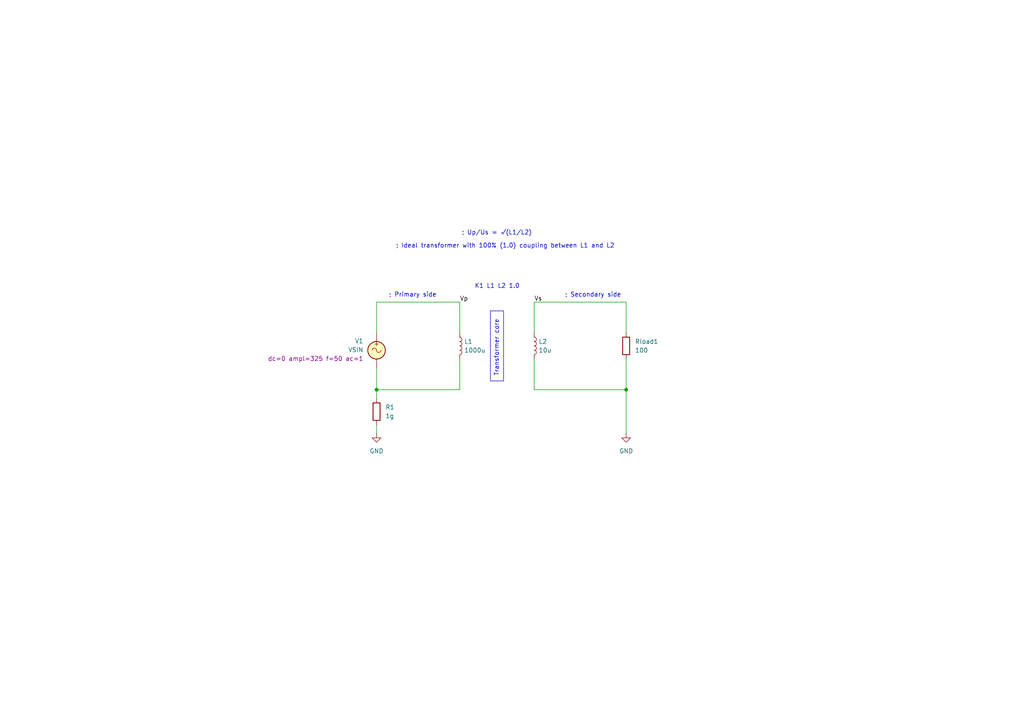
<source format=kicad_sch>
(kicad_sch (version 20250114) (generator "eeschema") (generator_version "9.0")
  (paper "A4")
  (title_block (title "Transformer 1P 1S") (date "2025-09-13") (company "GitHub/OJStuff"))
  (lib_symbols
    (symbol "Device:L" (pin_numbers (hide yes)) (pin_names (offset 1.016) (hide yes))
      (property "Reference" "L" (at -1.27 0 90))
      (property "Value" "L" (at 1.905 0 90))
      (symbol "L_0_1"
        (arc (start 0 2.54) (mid 0.6323 1.905) (end 0 1.27))
        (arc (start 0 1.27) (mid 0.6323 0.635) (end 0 0))
        (arc (start 0 0) (mid 0.6323 -0.635) (end 0 -1.27))
        (arc (start 0 -1.27) (mid 0.6323 -1.905) (end 0 -2.54))
      )
      (symbol "L_1_1"
        (pin passive line (at 0 3.81 270) (length 1.27) (name "1") (number "1"))
        (pin passive line (at 0 -3.81 90) (length 1.27) (name "2") (number "2"))
      )
    )
    (symbol "Device:R" (pin_numbers (hide yes)) (pin_names (offset 0))
      (property "Reference" "R" (at 2.032 0 90))
      (property "Value" "R" (at 0 0 90))
      (symbol "R_0_1"
        (rectangle (start -1.016 -2.54) (end 1.016 2.54) (stroke (width 0.254)))
      )
      (symbol "R_1_1"
        (pin passive line (at 0 3.81 270) (length 1.27) (name "~") (number "1"))
        (pin passive line (at 0 -3.81 90) (length 1.27) (name "~") (number "2"))
      )
    )
    (symbol "GND_1" (power) (pin_numbers (hide yes)) (pin_names (offset 0) (hide yes))
      (property "Value" "GND" (at 0 -3.81 0))
      (symbol "GND_1_0_1"
        (polyline (pts (xy 0 0) (xy 0 -1.27) (xy 1.27 -1.27) (xy 0 -2.54) (xy -1.27 -1.27) (xy 0 -1.27)))
      )
      (symbol "GND_1_1_1"
        (pin power_in line (at 0 0 270) (length 0) (name "~") (number "1"))
      )
    )
    (symbol "Simulation_SPICE:VSIN" (pin_numbers (hide yes)) (pin_names (offset 0.0254))
      (property "Reference" "V" (at 2.54 2.54 0))
      (property "Value" "VSIN" (at 2.54 0 0))
      (property "Sim.Params" "dc=0 ampl=1 f=1k ac=1" (at 2.54 -2.54 0))
      (symbol "VSIN_0_0"
        (arc (start -1.27 0) (mid -0.635 0.6323) (end 0 0))
        (arc (start 1.27 0) (mid 0.635 -0.6323) (end 0 0))
        (text "+" (at 0 1.905 0) (effects (font (size 1.27 1.27))))
      )
      (symbol "VSIN_0_1"
        (circle (center 0 0) (radius 2.54) (stroke (width 0.254)) (fill (type background)))
      )
      (symbol "VSIN_1_1"
        (pin passive line (at 0 5.08 270) (length 2.54) (name "~") (number "1"))
        (pin passive line (at 0 -5.08 90) (length 2.54) (name "~") (number "2"))
      )
    )
  )
  (rectangle (start 142.24 90.17) (end 146.05 110.49))
  (text "; Primary side" (at 112.776 86.36 0) (effects (font (size 1.27 1.27)) (justify left bottom)))
  (text "; Secondary side" (at 163.83 86.36 0) (effects (font (size 1.27 1.27)) (justify left bottom)))
  (text "; Up/Us = √(L1/L2)" (at 133.858 68.326 0) (effects (font (size 1.27 1.27)) (justify left bottom)))
  (text "K1 L1 L2 1.0" (at 137.668 83.82 0) (effects (font (size 1.27 1.27)) (justify left bottom)))
  (text "Transformer core" (at 144.78 109.22 90) (effects (font (size 1.27 1.27)) (justify left bottom)))
  (text "; Ideal transformer with 100% (1.0) coupling between L1 and L2" (at 114.808 72.136 0) (effects (font (size 1.27 1.27)) (justify left bottom)))
  (junction (at 109.22 113.03))
  (junction (at 181.61 113.03))
  (wire (pts (xy 109.22 123.19) (xy 109.22 125.73)))
  (wire (pts (xy 181.61 87.63) (xy 181.61 96.52)))
  (wire (pts (xy 154.94 96.52) (xy 154.94 87.63)))
  (wire (pts (xy 133.35 87.63) (xy 133.35 96.52)))
  (wire (pts (xy 154.94 104.14) (xy 154.94 113.03)))
  (wire (pts (xy 109.22 113.03) (xy 109.22 115.57)))
  (wire (pts (xy 181.61 104.14) (xy 181.61 113.03)))
  (wire (pts (xy 154.94 87.63) (xy 181.61 87.63)))
  (wire (pts (xy 181.61 113.03) (xy 181.61 125.73)))
  (wire (pts (xy 109.22 87.63) (xy 109.22 96.52)))
  (wire (pts (xy 133.35 104.14) (xy 133.35 113.03)))
  (wire (pts (xy 109.22 106.68) (xy 109.22 113.03)))
  (wire (pts (xy 109.22 87.63) (xy 133.35 87.63)))
  (wire (pts (xy 109.22 113.03) (xy 133.35 113.03)))
  (wire (pts (xy 181.61 113.03) (xy 154.94 113.03)))
  (label "Vp" (at 133.35 87.63 0))
  (label "Vs" (at 154.94 87.63 0))
  (symbol (lib_id "Simulation_SPICE:VSIN") (at 109.22 101.6 0) (unit 1)
    (property "Reference" "V1" (at 105.41 98.9301 0) (effects (justify right)))
    (property "Value" "VSIN" (at 105.41 101.4701 0) (effects (justify right)))
    (property "Datasheet" "https://ngspice.sourceforge.io/docs/ngspice-html-manual/manual.xhtml#sec_Independent_Sources_for" (effects (hide yes)))
    (property "Description" "Voltage source, sinusoidal" (effects (hide yes)))
    (property "Sim.Pins" "1=+ 2=-" (effects (hide yes)))
    (property "Sim.Params" "dc=0 ampl=325 f=50 ac=1" (at 105.41 104.0101 0) (effects (justify right)))
    (property "Sim.Type" "SIN" (effects (hide yes)))
    (property "Sim.Device" "V" (effects (hide yes)))
  )
  (symbol (lib_id "Device:R") (at 181.61 100.33 0) (unit 1)
    (property "Reference" "Rload1" (at 184.15 99.0599 0) (effects (justify left)))
    (property "Value" "100" (at 184.15 101.5999 0) (effects (justify left)))
    (property "Description" "Resistor" (effects (hide yes)))
  )
  (symbol (lib_id "Device:L") (at 133.35 100.33 0) (unit 1)
    (property "Reference" "L1" (at 134.62 99.0599 0) (effects (justify left)))
    (property "Value" "1000u" (at 134.62 101.5999 0) (effects (justify left)))
    (property "Description" "Inductor" (effects (hide yes)))
  )
  (symbol (lib_id "Device:L") (at 154.94 100.33 0) (unit 1)
    (property "Reference" "L2" (at 156.21 99.0599 0) (effects (justify left)))
    (property "Value" "10u" (at 156.21 101.5999 0) (effects (justify left)))
    (property "Description" "Inductor" (effects (hide yes)))
  )
  (symbol (lib_name "GND_1") (lib_id "power:GND") (at 181.61 125.73 0) (unit 1)
    (property "Reference" "#PWR02" (effects (hide yes)))
    (property "Value" "GND" (at 181.61 130.81 0))
    (property "Description" "Power symbol creates a global label with name \"GND\" , ground" (effects (hide yes)))
  )
  (symbol (lib_name "GND_1") (lib_id "power:GND") (at 109.22 125.73 0) (unit 1)
    (property "Reference" "#PWR04" (effects (hide yes)))
    (property "Value" "GND" (at 109.22 130.81 0))
    (property "Description" "Power symbol creates a global label with name \"GND\" , ground" (effects (hide yes)))
  )
  (symbol (lib_id "Device:R") (at 109.22 119.38 0) (unit 1)
    (property "Reference" "R1" (at 111.76 118.1099 0) (effects (justify left)))
    (property "Value" "1g" (at 111.76 120.6499 0) (effects (justify left)))
    (property "Description" "Resistor" (effects (hide yes)))
  )
)
</source>
